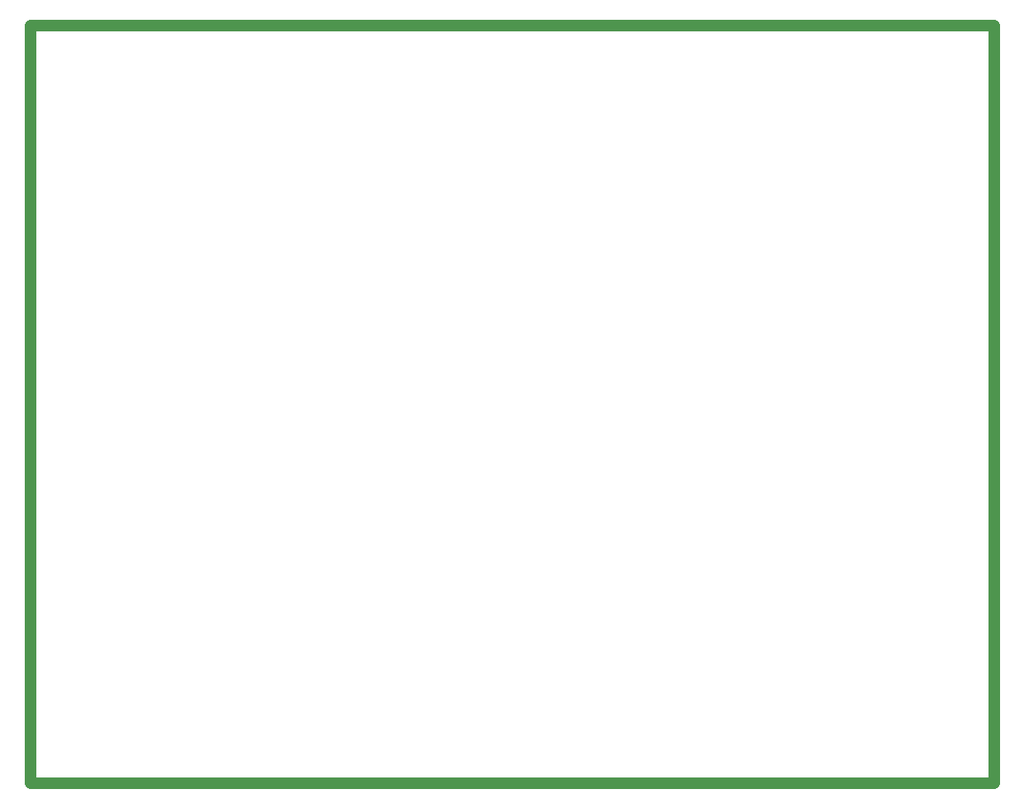
<source format=gko>
G04*
G04 #@! TF.GenerationSoftware,Altium Limited,Altium Designer,23.1.1 (15)*
G04*
G04 Layer_Color=16711935*
%FSLAX25Y25*%
%MOIN*%
G70*
G04*
G04 #@! TF.SameCoordinates,AD0B2A01-48E7-494C-B2D7-7D24B3A8B6D3*
G04*
G04*
G04 #@! TF.FilePolarity,Positive*
G04*
G01*
G75*
%ADD32C,0.04724*%
D32*
X103500Y458500D02*
X492500D01*
Y152500D02*
Y458500D01*
X103500Y152500D02*
X492500D01*
X103500D02*
Y458500D01*
M02*

</source>
